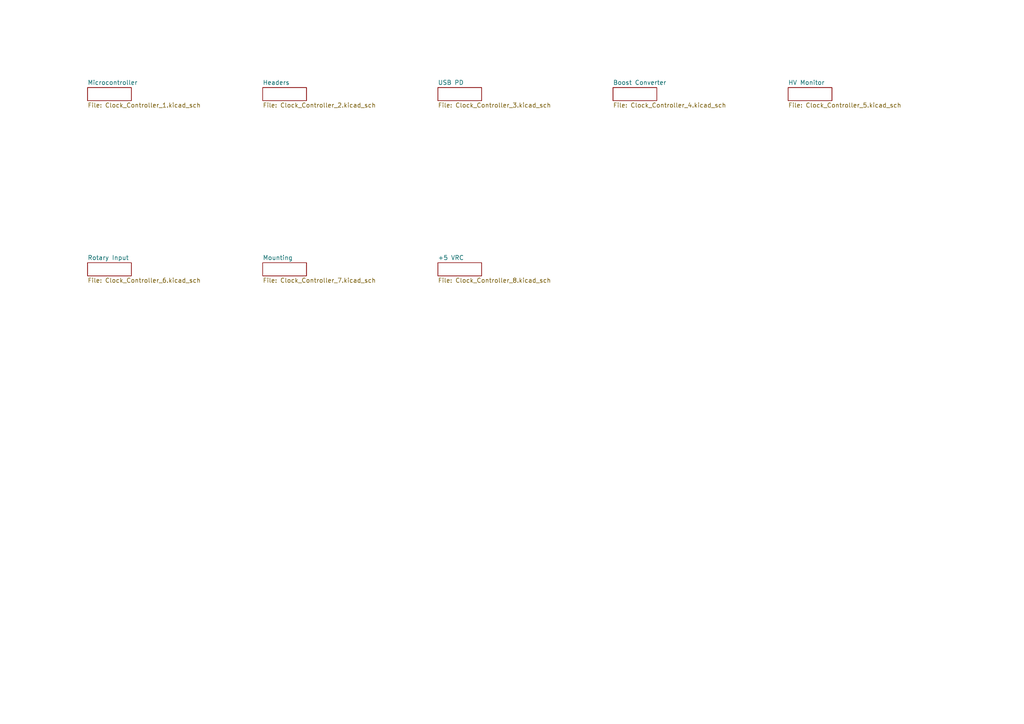
<source format=kicad_sch>
(kicad_sch
	(version 20231120)
	(generator "eeschema")
	(generator_version "8.0")
	(uuid "de4049ea-1674-4dcc-86d3-bb1be3dcf2e7")
	(paper "A4")
	(lib_symbols)
	(sheet
		(at 177.8 25.4)
		(size 12.7 3.81)
		(fields_autoplaced yes)
		(stroke
			(width 0)
			(type solid)
		)
		(fill
			(color 0 0 0 0.0000)
		)
		(uuid "44189c1c-ba8e-4c06-ad6c-4084ba07d9ce")
		(property "Sheetname" "Boost Converter"
			(at 177.8 24.6884 0)
			(effects
				(font
					(size 1.27 1.27)
				)
				(justify left bottom)
			)
		)
		(property "Sheetfile" "Clock_Controller_4.kicad_sch"
			(at 177.8 29.7946 0)
			(effects
				(font
					(size 1.27 1.27)
				)
				(justify left top)
			)
		)
		(instances
			(project "Clock Controller"
				(path "/de4049ea-1674-4dcc-86d3-bb1be3dcf2e7"
					(page "4")
				)
			)
		)
	)
	(sheet
		(at 76.2 76.2)
		(size 12.7 3.81)
		(fields_autoplaced yes)
		(stroke
			(width 0)
			(type solid)
		)
		(fill
			(color 0 0 0 0.0000)
		)
		(uuid "70fc2848-2605-4874-bf04-b4bbdf7c1213")
		(property "Sheetname" "Mounting"
			(at 76.2 75.4884 0)
			(effects
				(font
					(size 1.27 1.27)
				)
				(justify left bottom)
			)
		)
		(property "Sheetfile" "Clock_Controller_7.kicad_sch"
			(at 76.2 80.5946 0)
			(effects
				(font
					(size 1.27 1.27)
				)
				(justify left top)
			)
		)
		(instances
			(project "Clock Controller"
				(path "/de4049ea-1674-4dcc-86d3-bb1be3dcf2e7"
					(page "7")
				)
			)
		)
	)
	(sheet
		(at 228.6 25.4)
		(size 12.7 3.81)
		(fields_autoplaced yes)
		(stroke
			(width 0)
			(type solid)
		)
		(fill
			(color 0 0 0 0.0000)
		)
		(uuid "71853cd7-0343-4b40-9bfb-08983ce43f31")
		(property "Sheetname" "HV Monitor"
			(at 228.6 24.6884 0)
			(effects
				(font
					(size 1.27 1.27)
				)
				(justify left bottom)
			)
		)
		(property "Sheetfile" "Clock_Controller_5.kicad_sch"
			(at 228.6 29.7946 0)
			(effects
				(font
					(size 1.27 1.27)
				)
				(justify left top)
			)
		)
		(instances
			(project "Clock Controller"
				(path "/de4049ea-1674-4dcc-86d3-bb1be3dcf2e7"
					(page "5")
				)
			)
		)
	)
	(sheet
		(at 127 25.4)
		(size 12.7 3.81)
		(fields_autoplaced yes)
		(stroke
			(width 0)
			(type solid)
		)
		(fill
			(color 0 0 0 0.0000)
		)
		(uuid "7249a21b-eb16-4e9e-abfb-85589cfd2ea3")
		(property "Sheetname" "USB PD"
			(at 127 24.6884 0)
			(effects
				(font
					(size 1.27 1.27)
				)
				(justify left bottom)
			)
		)
		(property "Sheetfile" "Clock_Controller_3.kicad_sch"
			(at 127 29.7946 0)
			(effects
				(font
					(size 1.27 1.27)
				)
				(justify left top)
			)
		)
		(instances
			(project "Clock Controller"
				(path "/de4049ea-1674-4dcc-86d3-bb1be3dcf2e7"
					(page "3")
				)
			)
		)
	)
	(sheet
		(at 25.4 25.4)
		(size 12.7 3.81)
		(fields_autoplaced yes)
		(stroke
			(width 0)
			(type solid)
		)
		(fill
			(color 0 0 0 0.0000)
		)
		(uuid "7ea8a5df-9af0-4344-95d1-3868b159b0e5")
		(property "Sheetname" "Microcontroller"
			(at 25.4 24.6884 0)
			(effects
				(font
					(size 1.27 1.27)
				)
				(justify left bottom)
			)
		)
		(property "Sheetfile" "Clock_Controller_1.kicad_sch"
			(at 25.4 29.7946 0)
			(effects
				(font
					(size 1.27 1.27)
				)
				(justify left top)
			)
		)
		(instances
			(project "Clock Controller"
				(path "/de4049ea-1674-4dcc-86d3-bb1be3dcf2e7"
					(page "1")
				)
			)
		)
	)
	(sheet
		(at 25.4 76.2)
		(size 12.7 3.81)
		(fields_autoplaced yes)
		(stroke
			(width 0)
			(type solid)
		)
		(fill
			(color 0 0 0 0.0000)
		)
		(uuid "867f44d7-ba62-42d8-959c-be37f05c9614")
		(property "Sheetname" "Rotary Input"
			(at 25.4 75.4884 0)
			(effects
				(font
					(size 1.27 1.27)
				)
				(justify left bottom)
			)
		)
		(property "Sheetfile" "Clock_Controller_6.kicad_sch"
			(at 25.4 80.5946 0)
			(effects
				(font
					(size 1.27 1.27)
				)
				(justify left top)
			)
		)
		(instances
			(project "Clock Controller"
				(path "/de4049ea-1674-4dcc-86d3-bb1be3dcf2e7"
					(page "6")
				)
			)
		)
	)
	(sheet
		(at 127 76.2)
		(size 12.7 3.81)
		(fields_autoplaced yes)
		(stroke
			(width 0)
			(type solid)
		)
		(fill
			(color 0 0 0 0.0000)
		)
		(uuid "ce5f0f3f-aec6-4132-9c02-46f441a88bf8")
		(property "Sheetname" "+5 VRC"
			(at 127 75.4884 0)
			(effects
				(font
					(size 1.27 1.27)
				)
				(justify left bottom)
			)
		)
		(property "Sheetfile" "Clock_Controller_8.kicad_sch"
			(at 127 80.5946 0)
			(effects
				(font
					(size 1.27 1.27)
				)
				(justify left top)
			)
		)
		(instances
			(project "Clock Controller"
				(path "/de4049ea-1674-4dcc-86d3-bb1be3dcf2e7"
					(page "8")
				)
			)
		)
	)
	(sheet
		(at 76.2 25.4)
		(size 12.7 3.81)
		(fields_autoplaced yes)
		(stroke
			(width 0)
			(type solid)
		)
		(fill
			(color 0 0 0 0.0000)
		)
		(uuid "f21bc6e7-c992-4316-9545-f3984eb63b0a")
		(property "Sheetname" "Headers"
			(at 76.2 24.6884 0)
			(effects
				(font
					(size 1.27 1.27)
				)
				(justify left bottom)
			)
		)
		(property "Sheetfile" "Clock_Controller_2.kicad_sch"
			(at 76.2 29.7946 0)
			(effects
				(font
					(size 1.27 1.27)
				)
				(justify left top)
			)
		)
		(instances
			(project "Clock Controller"
				(path "/de4049ea-1674-4dcc-86d3-bb1be3dcf2e7"
					(page "2")
				)
			)
		)
	)
	(sheet_instances
		(path "/"
			(page "1")
		)
	)
)

</source>
